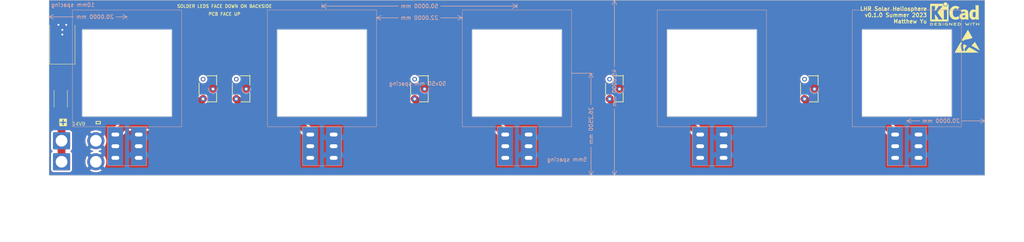
<source format=kicad_pcb>
(kicad_pcb (version 20221018) (generator pcbnew)
  (title_block (title "Heliosphere") (date "2023-07-17") (rev "v0.1.0") (company "LHR Solar") (comment 1 "Matthew Yu") (comment 2 "Gary Hallock"))
  (layers (0 "F.Cu" signal) (31 "B.Cu" signal) (34 "B.Paste" user) (35 "F.Paste" user) (36 "B.SilkS" user "B.Silkscreen") (37 "F.SilkS" user "F.Silkscreen") (38 "B.Mask" user) (39 "F.Mask" user) (44 "Edge.Cuts" user))
  (net 0 "")
  (net 1 "GND")
  (net 2 "Net-(D101-A)")
  (net 3 "Net-(D102-A)")
  (net 4 "Net-(D103-A)")
  (net 5 "Net-(D104-A)")
  (net 6 "Net-(D105-A)")
  (net 7 "Net-(D106-K)")
  (net 8 "Net-(J101-Pin_1)")
  (footprint "footprints:bourns3266W_1_200LF" (layer "F.Cu") (at 70.52 45.345 90)
    (fp_text reference "VR102" hide)
    (fp_text value "3266W-1-200LF" hide)
    (pad "1" thru_hole rect (at 0 0 90) (size 1.21 1.21) (drill 0.66) (layers "*.Cu" "*.Mask") (net 3 "Net-(D102-A)"))
    (pad "2" thru_hole circle (at 2.54 2.54 90) (size 1.21 1.21) (drill 0.66) (layers "*.Cu" "*.Mask") (net 7 "Net-(D106-K)"))
    (pad "3" thru_hole circle (at 5.08 0 90) (size 1.21 1.21) (drill 0.66) (layers "*.Cu" "*.Mask"))
  )
  (footprint "Symbol:Symbol_HighVoltage_Type2_CopperTop_VerySmall" (layer "F.Cu") (at 254.5 59)
    (fp_text reference "REF**" hide)
    (fp_text value "Symbol_HighVoltage_Type2_CopperTop_VerySmall")
    (fp_line (start -4.699 2.794) (end 0 -4.191) (stroke (width 0.381)) (layer "F.Cu"))
    (fp_line (start -0.89916 0.20066) (end 0.29972 -0.59944) (stroke (width 0.381)) (layer "F.Cu"))
    (fp_line (start -0.89916 0.20066) (end 0.40132 -2.60096) (stroke (width 0.381)) (layer "F.Cu"))
    (fp_line (start -0.49784 2.19964) (end -0.59944 1.30048) (stroke (width 0.381)) (layer "F.Cu"))
    (fp_line (start -0.49784 2.19964) (end 0.1016 1.50114) (stroke (width 0.381)) (layer "F.Cu"))
    (fp_line (start -0.49784 2.19964) (end 0.70104 -0.89916) (stroke (width 0.381)) (layer "F.Cu"))
    (fp_line (start -0.09906 -2.79908) (end -0.89916 0.20066) (stroke (width 0.381)) (layer "F.Cu"))
    (fp_line (start 0 -4.191) (end 4.699 2.794) (stroke (width 0.381)) (layer "F.Cu"))
    (fp_line (start 0.29972 -0.59944) (end -0.49784 2.19964) (stroke (width 0.381)) (layer "F.Cu"))
    (fp_line (start 0.70104 -0.89916) (end 0.1016 -0.50038) (stroke (width 0.381)) (layer "F.Cu"))
    (fp_line (start 4.699 2.794) (end -4.699 2.794) (stroke (width 0.381)) (layer "F.Cu"))
  )
  (footprint "footprints:bourns3266W_1_200LF" (layer "F.Cu") (at 62 45.345 90)
    (fp_text reference "VR101" hide)
    (fp_text value "3266W-1-200LF" hide)
    (pad "1" thru_hole rect (at 0 0 90) (size 1.21 1.21) (drill 0.66) (layers "*.Cu" "*.Mask") (net 2 "Net-(D101-A)"))
    (pad "2" thru_hole circle (at 2.54 2.54 90) (size 1.21 1.21) (drill 0.66) (layers "*.Cu" "*.Mask") (net 7 "Net-(D106-K)"))
    (pad "3" thru_hole circle (at 5.08 0 90) (size 1.21 1.21) (drill 0.66) (layers "*.Cu" "*.Mask"))
  )
  (footprint "footprints:bourns3266W_1_200LF" (layer "F.Cu") (at 166.27 45.345 90)
    (fp_text reference "VR104" hide)
    (fp_text value "3266W-1-200LF" hide)
    (pad "1" thru_hole rect (at 0 0 90) (size 1.21 1.21) (drill 0.66) (layers "*.Cu" "*.Mask") (net 5 "Net-(D104-A)"))
    (pad "2" thru_hole circle (at 2.54 2.54 90) (size 1.21 1.21) (drill 0.66) (layers "*.Cu" "*.Mask") (net 7 "Net-(D106-K)"))
    (pad "3" thru_hole circle (at 5.08 0 90) (size 1.21 1.21) (drill 0.66) (layers "*.Cu" "*.Mask"))
  )
  (footprint "footprints:bourns3266W_1_200LF" (layer "F.Cu") (at 216.27 45.345 90)
    (fp_text reference "VR105" hide)
    (fp_text value "3266W-1-200LF" hide)
    (pad "1" thru_hole rect (at 0 0 90) (size 1.21 1.21) (drill 0.66) (layers "*.Cu" "*.Mask") (net 6 "Net-(D105-A)"))
    (pad "2" thru_hole circle (at 2.54 2.54 90) (size 1.21 1.21) (drill 0.66) (layers "*.Cu" "*.Mask") (net 7 "Net-(D106-K)"))
    (pad "3" thru_hole circle (at 5.08 0 90) (size 1.21 1.21) (drill 0.66) (layers "*.Cu" "*.Mask"))
  )
  (footprint "Diode_SMD:D_SMB-SMC_Universal_Handsoldering" (layer "F.Cu") (at 25.9 30.8 90)
    (fp_text reference "D106" hide)
    (fp_text value "14V")
    (pad "1" smd trapezoid (at -3.2 0 90) (size 4.3 2.6) (rect_delta 1 0) (layers "F.Cu" "F.Paste" "F.Mask") (net 7 "Net-(D106-K)"))
    (pad "2" smd trapezoid (at 3.2 0 270) (size 4.3 2.6) (rect_delta 1 0) (layers "F.Cu" "F.Paste" "F.Mask") (net 1 "GND"))
  )
  (footprint "Symbol:ESD-Logo_6.6x6mm_SilkScreen" (layer "F.Cu") (at 258 30.5)
    (fp_text reference "REF**" hide)
    (fp_text value "ESD-Logo_6.6x6mm_SilkScreen" hide)
  )
  (footprint "Connector_Wire:SolderWire-2.5sqmm_1x02_P8.8mm_D2.4mm_OD4.4mm" (layer "F.Cu") (at 25.7 56.1)
    (fp_text reference "J101" hide)
    (fp_text value "Conn_01x02")
    (pad "1" thru_hole roundrect (at 0 0) (size 4.4 4.4) (drill 3) (layers "*.Cu" "*.Mask") (roundrect_rratio 0.05681795455) (net 8 "Net-(J101-Pin_1)"))
    (pad "2" thru_hole circle (at 8.8 0) (size 4.4 4.4) (drill 3) (layers "*.Cu" "*.Mask") (net 1 "GND"))
  )
  (footprint "footprints:bourns3266W_1_200LF" (layer "F.Cu") (at 116.27 45.345 90)
    (fp_text reference "VR103" hide)
    (fp_text value "3266W-1-200LF" hide)
    (pad "1" thru_hole rect (at 0 0 90) (size 1.21 1.21) (drill 0.66) (layers "*.Cu" "*.Mask") (net 4 "Net-(D103-A)"))
    (pad "2" thru_hole circle (at 2.54 2.54 90) (size 1.21 1.21) (drill 0.66) (layers "*.Cu" "*.Mask") (net 7 "Net-(D106-K)"))
    (pad "3" thru_hole circle (at 5.08 0 90) (size 1.21 1.21) (drill 0.66) (layers "*.Cu" "*.Mask"))
  )
  (footprint "Connector_Wire:SolderWire-2.5sqmm_1x02_P8.8mm_D2.4mm_OD4.4mm" (layer "F.Cu") (at 25.7 61.5)
    (fp_text reference "J102" hide)
    (fp_text value "Conn_01x02")
    (pad "1" thru_hole roundrect (at 0 0) (size 4.4 4.4) (drill 3) (layers "*.Cu" "*.Mask") (roundrect_rratio 0.05681795455) (net 8 "Net-(J101-Pin_1)"))
    (pad "2" thru_hole circle (at 8.8 0) (size 4.4 4.4) (drill 3) (layers "*.Cu" "*.Mask") (net 1 "GND"))
  )
  (footprint "Resistor_SMD:R_2512_6332Metric_Pad1.40x3.35mm_HandSolder" (layer "F.Cu") (at 25.5 45.3 -90)
    (fp_text reference "R101" hide)
    (fp_text value "500m")
    (pad "1" smd roundrect (at -3.05 0 270) (size 1.4 3.35) (layers "F.Cu" "F.Paste" "F.Mask") (roundrect_rratio 0.1785707143) (net 7 "Net-(D106-K)"))
    (pad "2" smd roundrect (at 3.05 0 270) (size 1.4 3.35) (layers "F.Cu" "F.Paste" "F.Mask") (roundrect_rratio 0.1785707143) (net 8 "Net-(J101-Pin_1)"))
  )
  (footprint "Symbol:KiCad-Logo2_5mm_SilkScreen" (layer "F.Cu") (at 254.75 23.5)
    (fp_text reference "REF**" hide)
    (fp_text value "KiCad-Logo2_5mm_SilkScreen" hide)
  )
  (footprint "footprints:xishwon_led_bulb" (layer "B.Cu") (at 92.5 37.5)
    (fp_text reference "D102" hide)
    (fp_text value "LED")
    (pad "1" thru_hole roundrect (at 3 17) (size 2.286 1.524) (drill oval 2 1) (layers "*.Cu" "*.Mask") (net 1 "GND"))
    (pad "1" thru_hole roundrect (at 3 20) (size 2.286 1.524) (drill oval 2 1) (layers "*.Cu" "*.Mask") (net 1 "GND"))
    (pad "1" smd rect (at 3 20) (size 4 10) (layers "B.Cu" "B.Paste" "B.Mask") (net 1 "GND"))
    (pad "1" thru_hole roundrect (at 3 23) (size 2.286 1.524) (drill oval 2 1) (layers "*.Cu" "*.Mask") (net 1 "GND"))
    (pad "2" thru_hole roundrect (at -3 17) (size 2.286 1.524) (drill oval 2 1) (layers "*.Cu" "*.Mask") (net 3 "Net-(D102-A)"))
    (pad "2" thru_hole roundrect (at -3 20) (size 2.286 1.524) (drill oval 2 1) (layers "*.Cu" "*.Mask") (net 3 "Net-(D102-A)"))
    (pad "2" smd rect (at -3 20) (size 4 10) (layers "B.Cu" "B.Paste" "B.Mask") (net 3 "Net-(D102-A)"))
    (pad "2" thru_hole roundrect (at -3 23) (size 2.286 1.524) (drill oval 2 1) (layers "*.Cu" "*.Mask") (net 3 "Net-(D102-A)"))
  )
  (footprint "footprints:xishwon_led_bulb" (layer "B.Cu") (at 192.5 37.5)
    (fp_text reference "D104" hide)
    (fp_text value "LED")
    (pad "1" thru_hole roundrect (at 3 17) (size 2.286 1.524) (drill oval 2 1) (layers "*.Cu" "*.Mask") (net 1 "GND"))
    (pad "1" thru_hole roundrect (at 3 20) (size 2.286 1.524) (drill oval 2 1) (layers "*.Cu" "*.Mask") (net 1 "GND"))
    (pad "1" smd rect (at 3 20) (size 4 10) (layers "B.Cu" "B.Paste" "B.Mask") (net 1 "GND"))
    (pad "1" thru_hole roundrect (at 3 23) (size 2.286 1.524) (drill oval 2 1) (layers "*.Cu" "*.Mask") (net 1 "GND"))
    (pad "2" thru_hole roundrect (at -3 17) (size 2.286 1.524) (drill oval 2 1) (layers "*.Cu" "*.Mask") (net 5 "Net-(D104-A)"))
    (pad "2" thru_hole roundrect (at -3 20) (size 2.286 1.524) (drill oval 2 1) (layers "*.Cu" "*.Mask") (net 5 "Net-(D104-A)"))
    (pad "2" smd rect (at -3 20) (size 4 10) (layers "B.Cu" "B.Paste" "B.Mask") (net 5 "Net-(D104-A)"))
    (pad "2" thru_hole roundrect (at -3 23) (size 2.286 1.524) (drill oval 2 1) (layers "*.Cu" "*.Mask") (net 5 "Net-(D104-A)"))
  )
  (footprint "footprints:xishwon_led_bulb" (layer "B.Cu") (at 242.5 37.5)
    (fp_text reference "D105" hide)
    (fp_text value "LED")
    (pad "1" thru_hole roundrect (at 3 17) (size 2.286 1.524) (drill oval 2 1) (layers "*.Cu" "*.Mask") (net 1 "GND"))
    (pad "1" thru_hole roundrect (at 3 20) (size 2.286 1.524) (drill oval 2 1) (layers "*.Cu" "*.Mask") (net 1 "GND"))
    (pad "1" smd rect (at 3 20) (size 4 10) (layers "B.Cu" "B.Paste" "B.Mask") (net 1 "GND"))
    (pad "1" thru_hole roundrect (at 3 23) (size 2.286 1.524) (drill oval 2 1) (layers "*.Cu" "*.Mask") (net 1 "GND"))
    (pad "2" thru_hole roundrect (at -3 17) (size 2.286 1.524) (drill oval 2 1) (layers "*.Cu" "*.Mask") (net 6 "Net-(D105-A)"))
    (pad "2" thru_hole roundrect (at -3 20) (size 2.286 1.524) (drill oval 2 1) (layers "*.Cu" "*.Mask") (net 6 "Net-(D105-A)"))
    (pad "2" smd rect (at -3 20) (size 4 10) (layers "B.Cu" "B.Paste" "B.Mask") (net 6 "Net-(D105-A)"))
    (pad "2" thru_hole roundrect (at -3 23) (size 2.286 1.524) (drill oval 2 1) (layers "*.Cu" "*.Mask") (net 6 "Net-(D105-A)"))
  )
  (footprint "footprints:xishwon_led_bulb" (layer "B.Cu") (at 42.5 37.5)
    (fp_text reference "D101" hide)
    (fp_text value "LED")
    (pad "1" thru_hole roundrect (at 3 17) (size 2.286 1.524) (drill oval 2 1) (layers "*.Cu" "*.Mask") (net 1 "GND"))
    (pad "1" thru_hole roundrect (at 3 20) (size 2.286 1.524) (drill oval 2 1) (layers "*.Cu" "*.Mask") (net 1 "GND"))
    (pad "1" smd rect (at 3 20) (size 4 10) (layers "B.Cu" "B.Paste" "B.Mask") (net 1 "GND"))
    (pad "1" thru_hole roundrect (at 3 23) (size 2.286 1.524) (drill oval 2 1) (layers "*.Cu" "*.Mask") (net 1 "GND"))
    (pad "2" thru_hole roundrect (at -3 17) (size 2.286 1.524) (drill oval 2 1) (layers "*.Cu" "*.Mask") (net 2 "Net-(D101-A)"))
    (pad "2" thru_hole roundrect (at -3 20) (size 2.286 1.524) (drill oval 2 1) (layers "*.Cu" "*.Mask") (net 2 "Net-(D101-A)"))
    (pad "2" smd rect (at -3 20) (size 4 10) (layers "B.Cu" "B.Paste" "B.Mask") (net 2 "Net-(D101-A)"))
    (pad "2" thru_hole roundrect (at -3 23) (size 2.286 1.524) (drill oval 2 1) (layers "*.Cu" "*.Mask") (net 2 "Net-(D101-A)"))
  )
  (footprint "footprints:xishwon_led_bulb" (layer "B.Cu") (at 142.5 37.5)
    (fp_text reference "D103" hide)
    (fp_text value "LED")
    (pad "1" thru_hole roundrect (at 3 17) (size 2.286 1.524) (drill oval 2 1) (layers "*.Cu" "*.Mask") (net 1 "GND"))
    (pad "1" thru_hole roundrect (at 3 20) (size 2.286 1.524) (drill oval 2 1) (layers "*.Cu" "*.Mask") (net 1 "GND"))
    (pad "1" smd rect (at 3 20) (size 4 10) (layers "B.Cu" "B.Paste" "B.Mask") (net 1 "GND"))
    (pad "1" thru_hole roundrect (at 3 23) (size 2.286 1.524) (drill oval 2 1) (layers "*.Cu" "*.Mask") (net 1 "GND"))
    (pad "2" thru_hole roundrect (at -3 17) (size 2.286 1.524) (drill oval 2 1) (layers "*.Cu" "*.Mask") (net 4 "Net-(D103-A)"))
    (pad "2" thru_hole roundrect (at -3 20) (size 2.286 1.524) (drill oval 2 1) (layers "*.Cu" "*.Mask") (net 4 "Net-(D103-A)"))
    (pad "2" smd rect (at -3 20) (size 4 10) (layers "B.Cu" "B.Paste" "B.Mask") (net 4 "Net-(D103-A)"))
    (pad "2" thru_hole roundrect (at -3 23) (size 2.286 1.524) (drill oval 2 1) (layers "*.Cu" "*.Mask") (net 4 "Net-(D103-A)"))
  )
  (gr_line (start 161.5 38.75) (end 156.5 38.75) (stroke (width 0.15)) (layer "B.SilkS"))
  (gr_rect (start 31 27.5) (end 54 49.9) (stroke (width 0.1)) (fill none) (layer "Edge.Cuts"))
  (gr_rect (start 131 27.5) (end 154 49.9) (stroke (width 0.1)) (fill none) (layer "Edge.Cuts"))
  (gr_rect (start 181 27.5) (end 204 49.9) (stroke (width 0.1)) (fill none) (layer "Edge.Cuts"))
  (gr_rect (start 22.5 20) (end 262.5 65) (stroke (width 0.1)) (fill none) (layer "Edge.Cuts"))
  (gr_rect (start 81 27.5) (end 104 49.9) (stroke (width 0.1)) (fill none) (layer "Edge.Cuts"))
  (gr_rect (start 231 27.5) (end 254 49.9) (stroke (width 0.1)) (fill none) (layer "Edge.Cuts"))
  (gr_text "50x50 mm spacing" (at 117 42) (layer "B.SilkS") (effects (font (size 1 1)) (justify bottom mirror)))
  (gr_text "10mm spacing" (at 34.25 21.75) (layer "B.SilkS") (effects (font (size 1 1)) (justify left bottom mirror)))
  (gr_text "5mm spacing" (at 160.5 61.5) (layer "B.SilkS") (effects (font (size 1 1)) (justify left bottom mirror)))
  (gr_text "+" (at 26.1 52.6) (layer "F.SilkS" knockout) (effects (font (size 2 2) (thickness 0.2) bold) (justify bottom)))
  (gr_text "LHR Solar Heliosphere\nv0.1.0 Summer 2023\nMatthew Yu" (at 247.75 26) (layer "F.SilkS") (effects (font (size 1 1) (thickness 0.2) bold) (justify right bottom)))
  (gr_text "14V0" (at 30.1 52.4) (layer "F.SilkS") (effects (font (size 1 1)) (justify bottom)))
  (gr_text "SOLDER LEDS FACE DOWN ON BACKSIDE" (at 67.5 22) (layer "F.SilkS") (effects (font (size 0.8 0.8)) (justify bottom)))
  (gr_text "PCB FACE UP" (at 67.5 24) (layer "F.SilkS") (effects (font (size 0.8 0.8)) (justify bottom)))
  (gr_text "-" (at 35.1 52.6) (layer "F.SilkS" knockout) (effects (font (size 2 2) (thickness 0.2) bold) (justify bottom)))
  (dimension (type aligned) (layer "B.SilkS") (pts (xy 128.5 24.5) (xy 106.5 24.5)) (height 0) (gr_text "22.0000 mm" (at 117.5 24.5) (layer "B.SilkS") (effects (font (size 1 1) (thickness 0.15)) (justify mirror))) (format (prefix "") (suffix "") (units 3) (units_format 1) (precision 4)) (style (thickness 0.15) (arrow_length 1.27) (text_position_mode 2) (extension_height 0.58642) (extension_offset 0.5) keep_text_aligned))
  (dimension (type aligned) (layer "B.SilkS") (pts (xy 167.5 20) (xy 167.5 65)) (height 0) (gr_text "45.0000 mm" (at 167.5 42.5 90) (layer "B.SilkS") (effects (font (size 1 1) (thickness 0.15)) (justify mirror))) (format (prefix "") (suffix "") (units 3) (units_format 1) (precision 4)) (style (thickness 0.15) (arrow_length 1.27) (text_position_mode 2) (extension_height 0.58642) (extension_offset 0.5) keep_text_aligned))
  (dimension (type aligned) (layer "B.SilkS") (pts (xy 161.5 38.75) (xy 161.5 65)) (height 0) (gr_text "26.2500 mm" (at 161.5 52.25 90) (layer "B.SilkS") (effects (font (size 1 1) (thickness 0.15)) (justify mirror))) (format (prefix "") (suffix "") (units 3) (units_format 1) (precision 4)) (style (thickness 0.15) (arrow_length 1.27) (text_position_mode 2) (extension_height 0.58642) (extension_offset 0.5) keep_text_aligned))
  (dimension (type aligned) (layer "B.SilkS") (pts (xy 262.5 51) (xy 242.5 51)) (height 0) (gr_text "20.0000 mm" (at 251.25 51) (layer "B.SilkS") (effects (font (size 1 1) (thickness 0.15)) (justify mirror))) (format (prefix "") (suffix "") (units 3) (units_format 1) (precision 4)) (style (thickness 0.15) (arrow_length 1.27) (text_position_mode 2) (extension_height 0.58642) (extension_offset 0.5) keep_text_aligned))
  (dimension (type aligned) (layer "B.SilkS") (pts (xy 92.5 22.5) (xy 142.5 22.5)) (height -1) (gr_text "50.0000 mm" (at 117.5 21.5) (layer "B.SilkS") (effects (font (size 1 1) (thickness 0.15)) (justify mirror))) (format (prefix "") (suffix "") (units 3) (units_format 1) (precision 4)) (style (thickness 0.15) (arrow_length 1.27) (text_position_mode 2) (extension_height 0.58642) (extension_offset 0.5) keep_text_aligned))
  (dimension (type aligned) (layer "B.SilkS") (pts (xy 42.5 24.25) (xy 22.5 24.25)) (height 0) (gr_text "20.0000 mm" (at 34.25 24.25) (layer "B.SilkS") (effects (font (size 1 1) (thickness 0.15)) (justify mirror))) (format (prefix "") (suffix "") (units 3) (units_format 1) (precision 4)) (style (thickness 0.15) (arrow_length 1.27) (text_position_mode 2) (extension_height 0.58642) (extension_offset 0.5) keep_text_aligned))
  (via (at 24.9 26.3) (size 1) (drill 0.5) (layers "F.Cu" "B.Cu") (net 1))
  (via (at 25.9 28.8) (size 1) (drill 0.5) (layers "F.Cu" "B.Cu") (net 1))
  (via (at 25.9 27.6) (size 1) (drill 0.5) (layers "F.Cu" "B.Cu") (net 1))
  (via (at 26.9 26.3) (size 1) (drill 0.5) (layers "F.Cu" "B.Cu") (net 1))
  (segment (start 39.5 54.5) (end 42 52) (width 2) (layer "F.Cu") (net 2))
  (segment (start 55.345 52) (end 62 45.345) (width 2) (layer "F.Cu") (net 2))
  (segment (start 42 52) (end 55.345 52) (width 2) (layer "F.Cu") (net 2))
  (segment (start 39.5 60.5) (end 39.5 54.5) (width 2) (layer "F.Cu") (net 2))
  (segment (start 89.5 60.5) (end 89.5 54.5) (width 2) (layer "F.Cu") (net 3))
  (segment (start 70.52 45.345) (end 77.175 52) (width 2) (layer "F.Cu") (net 3))
  (segment (start 77.175 52) (end 87 52) (width 2) (layer "F.Cu") (net 3))
  (segment (start 87 52) (end 89.5 54.5) (width 2) (layer "F.Cu") (net 3))
  (segment (start 116.27 45.345) (end 122.925 52) (width 2) (layer "F.Cu") (net 4))
  (segment (start 139.5 60.5) (end 139.5 54.5) (width 2) (layer "F.Cu") (net 4))
  (segment (start 122.925 52) (end 137 52) (width 2) (layer "F.Cu") (net 4))
  (segment (start 137 52) (end 139.5 54.5) (width 2) (layer "F.Cu") (net 4))
  (segment (start 166.27 45.345) (end 166.345 45.345) (width 2) (layer "F.Cu") (net 5))
  (segment (start 187 52) (end 189.5 54.5) (width 2) (layer "F.Cu") (net 5))
  (segment (start 189.5 60.5) (end 189.5 54.5) (width 2) (layer "F.Cu") (net 5))
  (segment (start 173 52) (end 187 52) (width 2) (layer "F.Cu") (net 5))
  (segment (start 166.345 45.345) (end 173 52) (width 2) (layer "F.Cu") (net 5))
  (segment (start 222.925 52) (end 237 52) (width 2) (layer "F.Cu") (net 6))
  (segment (start 216.27 45.345) (end 222.925 52) (width 2) (layer "F.Cu") (net 6))
  (segment (start 237 52) (end 239.5 54.5) (width 2) (layer "F.Cu") (net 6))
  (segment (start 239.5 60.5) (end 239.5 54.5) (width 2) (layer "F.Cu") (net 6))
  (segment (start 80.585786 26.5) (end 110 26.5) (width 2) (layer "F.Cu") (net 7))
  (segment (start 64.54 42.805) (end 64.54 34.29) (width 2) (layer "F.Cu") (net 7))
  (segment (start 177.5 26.5) (end 168.81 35.19) (width 2) (layer "F.Cu") (net 7))
  (segment (start 118.81 35.31) (end 118.81 35.19) (width 2) (layer "F.Cu") (net 7))
  (segment (start 127.5 26.5) (end 160 26.5) (width 2) (layer "F.Cu") (net 7))
  (segment (start 30 29.75) (end 30 27.085786) (width 2) (layer "F.Cu") (net 7))
  (segment (start 218.81 35.31) (end 210 26.5) (width 2) (layer "F.Cu") (net 7))
  (segment (start 25.9 34) (end 25.9 33.85) (width 2) (layer "F.Cu") (net 7))
  (segment (start 118.81 42.805) (end 118.81 35.31) (width 2) (layer "F.Cu") (net 7))
  (segment (start 30.585786 26.5) (end 56.75 26.5) (width 2) (layer "F.Cu") (net 7))
  (segment (start 160 26.5) (end 168.81 35.31) (width 2) (layer "F.Cu") (net 7))
  (segment (start 168.81 35.19) (end 168.81 35.31) (width 2) (layer "F.Cu") (net 7))
  (segment (start 80 27.085786) (end 80.585786 26.5) (width 2) (layer "F.Cu") (net 7))
  (segment (start 25.5 42.25) (end 25.9 41.85) (width 2) (layer "F.Cu") (net 7))
  (segment (start 25.9 41.85) (end 25.9 34) (width 2) (layer "F.Cu") (net 7))
  (segment (start 72 34) (end 73.5 34) (width 2) (layer "F.Cu") (net 7))
  (segment (start 56.75 26.5) (end 64.25 34) (width 2) (layer "F.Cu") (net 7))
  (segment (start 80 27.5) (end 80 27.085786) (width 2) (layer "F.Cu") (net 7))
  (segment (start 73.06 35.06) (end 72 34) (width 2) (layer "F.Cu") (net 7))
  (segment (start 118.81 35.19) (end 127.5 26.5) (width 2) (layer "F.Cu") (net 7))
  (segment (start 73.06 42.805) (end 73.06 35.06) (width 2) (layer "F.Cu") (net 7))
  (segment (start 218.81 42.805) (end 218.81 35.31) (width 2) (layer "F.Cu") (net 7))
  (segment (start 210 26.5) (end 177.5 26.5) (width 2) (layer "F.Cu") (net 7))
  (segment (start 64.25 34) (end 72 34) (width 2) (layer "F.Cu") (net 7))
  (segment (start 73.5 34) (end 80 27.5) (width 2) (layer "F.Cu") (net 7))
  (segment (start 30 27.085786) (end 30.585786 26.5) (width 2) (layer "F.Cu") (net 7))
  (segment (start 25.9 33.85) (end 30 29.75) (width 2) (layer "F.Cu") (net 7))
  (segment (start 64.54 34.29) (end 64.25 34) (width 2) (layer "F.Cu") (net 7))
  (segment (start 168.81 42.805) (end 168.81 35.31) (width 2) (layer "F.Cu") (net 7))
  (segment (start 110 26.5) (end 118.81 35.31) (width 2) (layer "F.Cu") (net 7))
  (segment (start 25.7 61.5) (end 25.7 48.55) (width 2) (layer "F.Cu") (net 8))
  (zone (net 1) (net_name "GND") (layers "F&B.Cu") (connect_pads (clearance 0.5)) (min_thickness 0.25) (fill yes (thermal_gap 0.5) (thermal_bridge_width 1))
    (polygon (pts (xy 262.5 65) (xy 262.5 20) (xy 22.5 20) (xy 22.5 65)))
  )
)
</source>
